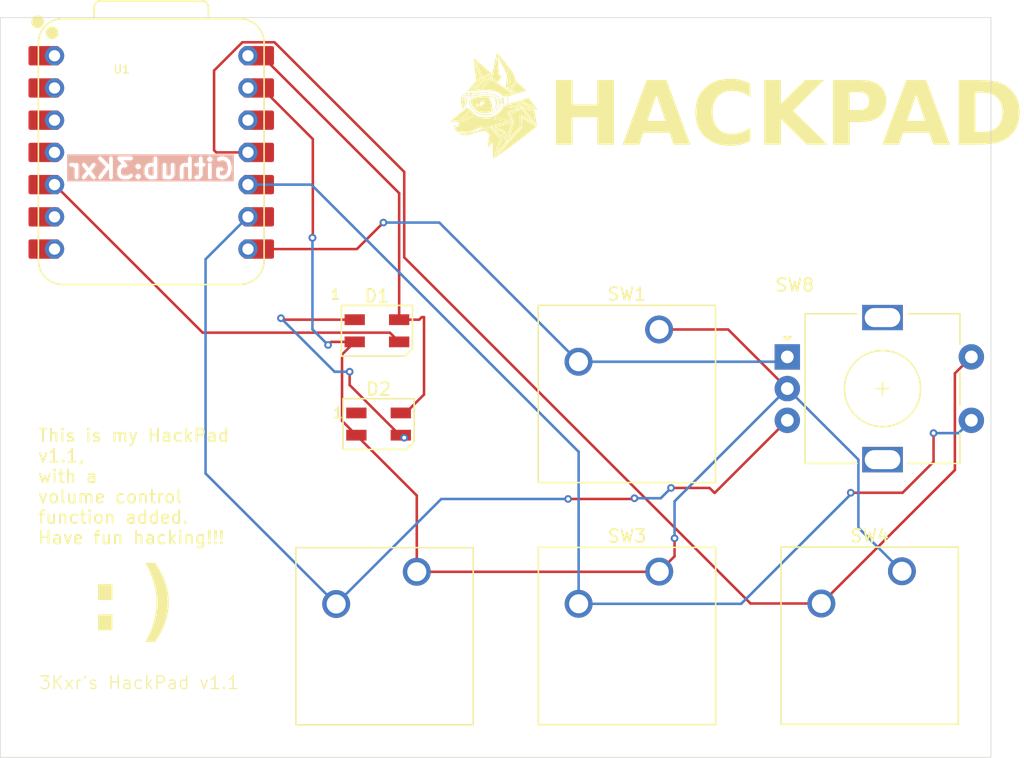
<source format=kicad_pcb>
(kicad_pcb (version 20241229) (generator "pcbnew") (generator_version "9.0")
  (layers (0 "F.Cu" signal) (2 "B.Cu" signal) (13 "F.Paste" user) (15 "B.Paste" user) (5 "F.SilkS" user "F.Silkscreen") (7 "B.SilkS" user "B.Silkscreen") (1 "F.Mask" user) (3 "B.Mask" user) (25 "Edge.Cuts" user))
  (net 0 "")
  (net 1 "+5V")
  (net 2 "Net-(D1-DOUT)")
  (net 3 "GND")
  (net 5 "Net-(U1-GPIO1{slash}RX)")
  (net 6 "Net-(U1-GPIO2{slash}SCK)")
  (net 7 "Net-(U1-GPIO4{slash}MISO)")
  (net 8 "Net-(U1-GPIO3{slash}MOSI)")
  (net 15 "SDA")
  (net 16 "SCL")
  (footprint "icon:Untitled" (layer "F.Cu") (at 157.94 46.84)
    (property "Reference" "G***" (hide yes))
    (property "Value" "LOGO" (hide yes))
  )
  (footprint "LED_SMD:LED_SK6812MINI_PLCC4_3.5x3.5mm_P1.75mm" (layer "F.Cu") (at 148.97 71.825)
    (property "Reference" "D2" (at 0 -2.75 0) (layer "F.SilkS"))
    (property "Value" "SK6812MINI")
    (fp_text user "1" (at -3.2 -0.875 0) (layer "F.SilkS") (effects (font (size 0.8 0.8))))
    (pad "1" smd rect (at -1.75 -0.875) (size 1.6 0.85) (layers "F.Cu" "F.Mask" "F.Paste"))
    (pad "2" smd rect (at -1.75 0.875) (size 1.6 0.85) (layers "F.Cu" "F.Mask" "F.Paste") (net 3 "GND"))
    (pad "3" smd rect (at 1.75 0.875) (size 1.6 0.85) (layers "F.Cu" "F.Mask" "F.Paste") (net 2 "Net-(D1-DOUT)"))
    (pad "4" smd rect (at 1.75 -0.875) (size 1.6 0.85) (layers "F.Cu" "F.Mask" "F.Paste") (net 1 "+5V"))
  )
  (footprint "LED_SMD:LED_SK6812MINI_PLCC4_3.5x3.5mm_P1.75mm" (layer "F.Cu") (at 148.84 64.4725)
    (property "Reference" "D1" (at 0 -2.75 0) (layer "F.SilkS"))
    (property "Value" "SK6812MINI")
    (fp_text user "1" (at -3.26 -2.8625 0) (layer "F.SilkS") (effects (font (size 0.8 0.8))))
    (pad "1" smd rect (at -1.75 -0.875) (size 1.6 0.85) (layers "F.Cu" "F.Mask" "F.Paste") (net 2 "Net-(D1-DOUT)"))
    (pad "2" smd rect (at -1.75 0.875) (size 1.6 0.85) (layers "F.Cu" "F.Mask" "F.Paste") (net 3 "GND"))
    (pad "3" smd rect (at 1.75 0.875) (size 1.6 0.85) (layers "F.Cu" "F.Mask" "F.Paste") (net 15 "SDA"))
    (pad "4" smd rect (at 1.75 -0.875) (size 1.6 0.85) (layers "F.Cu" "F.Mask" "F.Paste") (net 1 "+5V"))
  )
  (footprint "Button_Switch_Keyboard:SW_Cherry_MX_1.00u_PCB" (layer "F.Cu") (at 171.08 83.45375)
    (property "Reference" "SW3" (at -2.54 -2.794 0) (layer "F.SilkS"))
    (property "Value" "SW_Push")
    (pad "" np_thru_hole circle (at -7.62 5.08) (size 1.7 1.7) (drill 1.7) (layers "*.Cu" "*.Mask"))
    (pad "" np_thru_hole circle (at -2.54 5.08) (size 4 4) (drill 4) (layers "*.Cu" "*.Mask"))
    (pad "" np_thru_hole circle (at 2.54 5.08) (size 1.7 1.7) (drill 1.7) (layers "*.Cu" "*.Mask"))
    (pad "1" thru_hole circle (at 0 0) (size 2.2 2.2) (drill 1.5) (layers "*.Cu" "*.Mask") (net 3 "GND"))
    (pad "2" thru_hole circle (at -6.35 2.54) (size 2.2 2.2) (drill 1.5) (layers "*.Cu" "*.Mask") (net 7 "Net-(U1-GPIO4{slash}MISO)"))
  )
  (footprint "Button_Switch_Keyboard:SW_Cherry_MX_1.00u_PCB" (layer "F.Cu") (at 151.98 83.47)
    (property "Reference" "SW2" (hide yes))
    (property "Value" "SW_Push")
    (pad "" np_thru_hole circle (at -7.62 5.08) (size 1.7 1.7) (drill 1.7) (layers "*.Cu" "*.Mask"))
    (pad "" np_thru_hole circle (at -2.54 5.08) (size 4 4) (drill 4) (layers "*.Cu" "*.Mask"))
    (pad "" np_thru_hole circle (at 2.54 5.08) (size 1.7 1.7) (drill 1.7) (layers "*.Cu" "*.Mask"))
    (pad "1" thru_hole circle (at 0 0) (size 2.2 2.2) (drill 1.5) (layers "*.Cu" "*.Mask") (net 3 "GND"))
    (pad "2" thru_hole circle (at -6.35 2.54) (size 2.2 2.2) (drill 1.5) (layers "*.Cu" "*.Mask") (net 6 "Net-(U1-GPIO2{slash}SCK)"))
  )
  (footprint "Button_Switch_Keyboard:SW_Cherry_MX_1.00u_PCB" (layer "F.Cu") (at 171.07 64.37)
    (property "Reference" "SW1" (at -2.54 -2.794 0) (layer "F.SilkS"))
    (property "Value" "SW_Push")
    (pad "" np_thru_hole circle (at -7.62 5.08) (size 1.7 1.7) (drill 1.7) (layers "*.Cu" "*.Mask"))
    (pad "" np_thru_hole circle (at -2.54 5.08) (size 4 4) (drill 4) (layers "*.Cu" "*.Mask"))
    (pad "" np_thru_hole circle (at 2.54 5.08) (size 1.7 1.7) (drill 1.7) (layers "*.Cu" "*.Mask"))
    (pad "1" thru_hole circle (at 0 0) (size 2.2 2.2) (drill 1.5) (layers "*.Cu" "*.Mask") (net 3 "GND"))
    (pad "2" thru_hole circle (at -6.35 2.54) (size 2.2 2.2) (drill 1.5) (layers "*.Cu" "*.Mask") (net 5 "Net-(U1-GPIO1{slash}RX)"))
  )
  (footprint "Rotary_Encoder:RotaryEncoder_Alps_EC11E-Switch_Vertical_H20mm" (layer "F.Cu") (at 181.17 66.53)
    (property "Reference" "SW8" (at 0.59 -5.66 0) (layer "F.SilkS"))
    (property "Value" "RotaryEncoder_Switch")
    (pad "A" thru_hole rect (at 0 0) (size 2 2) (drill 1) (layers "*.Cu" "*.Mask") (net 5 "Net-(U1-GPIO1{slash}RX)"))
    (pad "B" thru_hole circle (at 0 5) (size 2 2) (drill 1) (layers "*.Cu" "*.Mask") (net 6 "Net-(U1-GPIO2{slash}SCK)"))
    (pad "C" thru_hole circle (at 0 2.5) (size 2 2) (drill 1) (layers "*.Cu" "*.Mask") (net 3 "GND"))
    (pad "MP" thru_hole rect (at 7.5 -3.1) (size 3.2 2) (drill oval 2.8 1.5) (layers "*.Cu" "*.Mask"))
    (pad "MP" thru_hole rect (at 7.5 8.1) (size 3.2 2) (drill oval 2.8 1.5) (layers "*.Cu" "*.Mask"))
    (pad "S1" thru_hole circle (at 14.5 5) (size 2 2) (drill 1) (layers "*.Cu" "*.Mask") (net 7 "Net-(U1-GPIO4{slash}MISO)"))
    (pad "S2" thru_hole circle (at 14.5 0) (size 2 2) (drill 1) (layers "*.Cu" "*.Mask") (net 8 "Net-(U1-GPIO3{slash}MOSI)"))
  )
  (footprint "Button_Switch_Keyboard:SW_Cherry_MX_1.00u_PCB" (layer "F.Cu") (at 190.2 83.43)
    (property "Reference" "SW4" (at -2.54 -2.794 0) (layer "F.SilkS"))
    (property "Value" "SW_Push")
    (pad "" np_thru_hole circle (at -7.62 5.08) (size 1.7 1.7) (drill 1.7) (layers "*.Cu" "*.Mask"))
    (pad "" np_thru_hole circle (at -2.54 5.08) (size 4 4) (drill 4) (layers "*.Cu" "*.Mask"))
    (pad "" np_thru_hole circle (at 2.54 5.08) (size 1.7 1.7) (drill 1.7) (layers "*.Cu" "*.Mask"))
    (pad "1" thru_hole circle (at 0 0) (size 2.2 2.2) (drill 1.5) (layers "*.Cu" "*.Mask") (net 3 "GND"))
    (pad "2" thru_hole circle (at -6.35 2.54) (size 2.2 2.2) (drill 1.5) (layers "*.Cu" "*.Mask") (net 8 "Net-(U1-GPIO3{slash}MOSI)"))
  )
  (footprint "OPL Lib:XIAO-RP2040-DIP" (layer "F.Cu") (at 131.06 50.41)
    (property "Reference" "U1" (at -2.33 -6.55 0) (layer "F.SilkS") (effects (font (size 0.635 0.635) (thickness 0.1016))))
    (property "Value" "XIAO-RP2040-DIP")
    (pad "1" smd roundrect (at -8.455 -7.62 180) (size 2.432 1.524) (layers "F.Cu" "F.Mask") (roundrect_rratio 0.1))
    (pad "1" thru_hole circle (at -7.62 -7.62 180) (size 1.524 1.524) (drill 0.889) (layers "*.Cu" "*.Mask"))
    (pad "2" smd roundrect (at -8.455 -5.08 180) (size 2.432 1.524) (layers "F.Cu" "F.Mask") (roundrect_rratio 0.1))
    (pad "2" thru_hole circle (at -7.62 -5.08 180) (size 1.524 1.524) (drill 0.889) (layers "*.Cu" "*.Mask"))
    (pad "3" smd roundrect (at -8.455 -2.54 180) (size 2.432 1.524) (layers "F.Cu" "F.Mask") (roundrect_rratio 0.1))
    (pad "3" thru_hole circle (at -7.62 -2.54 180) (size 1.524 1.524) (drill 0.889) (layers "*.Cu" "*.Mask"))
    (pad "4" smd roundrect (at -8.455 0 180) (size 2.432 1.524) (layers "F.Cu" "F.Mask") (roundrect_rratio 0.1))
    (pad "4" thru_hole circle (at -7.62 0 180) (size 1.524 1.524) (drill 0.889) (layers "*.Cu" "*.Mask"))
    (pad "5" smd roundrect (at -8.455 2.54 180) (size 2.432 1.524) (layers "F.Cu" "F.Mask") (roundrect_rratio 0.1) (net 15 "SDA"))
    (pad "5" thru_hole circle (at -7.62 2.54 180) (size 1.524 1.524) (drill 0.889) (layers "*.Cu" "*.Mask") (net 15 "SDA"))
    (pad "6" smd roundrect (at -8.455 5.08 180) (size 2.432 1.524) (layers "F.Cu" "F.Mask") (roundrect_rratio 0.1) (net 16 "SCL"))
    (pad "6" thru_hole circle (at -7.62 5.08 180) (size 1.524 1.524) (drill 0.889) (layers "*.Cu" "*.Mask") (net 16 "SCL"))
    (pad "7" smd roundrect (at -8.455 7.62 180) (size 2.432 1.524) (layers "F.Cu" "F.Mask") (roundrect_rratio 0.1))
    (pad "7" thru_hole circle (at -7.62 7.62 180) (size 1.524 1.524) (drill 0.889) (layers "*.Cu" "*.Mask"))
    (pad "8" thru_hole circle (at 7.62 7.62) (size 1.524 1.524) (drill 0.889) (layers "*.Cu" "*.Mask") (net 5 "Net-(U1-GPIO1{slash}RX)"))
    (pad "8" smd roundrect (at 8.455 7.62) (size 2.432 1.524) (layers "F.Cu" "F.Mask") (roundrect_rratio 0.1) (net 5 "Net-(U1-GPIO1{slash}RX)"))
    (pad "9" thru_hole circle (at 7.62 5.08) (size 1.524 1.524) (drill 0.889) (layers "*.Cu" "*.Mask") (net 6 "Net-(U1-GPIO2{slash}SCK)"))
    (pad "9" smd roundrect (at 8.455 5.08) (size 2.432 1.524) (layers "F.Cu" "F.Mask") (roundrect_rratio 0.1) (net 6 "Net-(U1-GPIO2{slash}SCK)"))
    (pad "10" thru_hole circle (at 7.62 2.54) (size 1.524 1.524) (drill 0.889) (layers "*.Cu" "*.Mask") (net 7 "Net-(U1-GPIO4{slash}MISO)"))
    (pad "10" smd roundrect (at 8.455 2.54) (size 2.432 1.524) (layers "F.Cu" "F.Mask") (roundrect_rratio 0.1) (net 7 "Net-(U1-GPIO4{slash}MISO)"))
    (pad "11" thru_hole circle (at 7.62 0) (size 1.524 1.524) (drill 0.889) (layers "*.Cu" "*.Mask") (net 8 "Net-(U1-GPIO3{slash}MOSI)"))
    (pad "11" smd roundrect (at 8.455 0) (size 2.432 1.524) (layers "F.Cu" "F.Mask") (roundrect_rratio 0.1) (net 8 "Net-(U1-GPIO3{slash}MOSI)"))
    (pad "12" thru_hole circle (at 7.62 -2.54) (size 1.524 1.524) (drill 0.889) (layers "*.Cu" "*.Mask"))
    (pad "12" smd roundrect (at 8.455 -2.54) (size 2.432 1.524) (layers "F.Cu" "F.Mask") (roundrect_rratio 0.1))
    (pad "13" thru_hole circle (at 7.62 -5.08) (size 1.524 1.524) (drill 0.889) (layers "*.Cu" "*.Mask") (net 3 "GND"))
    (pad "13" smd roundrect (at 8.455 -5.08) (size 2.432 1.524) (layers "F.Cu" "F.Mask") (roundrect_rratio 0.1) (net 3 "GND"))
    (pad "14" thru_hole circle (at 7.62 -7.62) (size 1.524 1.524) (drill 0.889) (layers "*.Cu" "*.Mask") (net 1 "+5V"))
    (pad "14" smd roundrect (at 8.455 -7.62) (size 2.432 1.524) (layers "F.Cu" "F.Mask") (roundrect_rratio 0.1) (net 1 "+5V"))
  )
  (gr_rect (start 119.17 39.78) (end 197.21 98.1) (stroke (width 0.05)) (fill no) (layer "Edge.Cuts"))
  (gr_text "This is my HackPad \nv1.1, \nwith a \nvolume control \nfunction added. \nHave fun hacking!!!" (at 122.06 81.36 0) (layer "F.SilkS") (effects (font (size 1 1)) (justify left bottom)))
  (gr_text ":)" (at 125.33 88.93 0) (layer "F.SilkS") (effects (font (size 5 5) (thickness 0.3) (bold yes)) (justify left bottom)))
  (gr_text "3Kxr's HackPad v1.1" (at 122.16 92.8 0) (layer "F.SilkS") (effects (font (size 1 1) (thickness 0.1)) (justify left bottom)))
  (gr_text "HACKPAD\n" (at 162.3 50.65 0) (layer "F.SilkS") (effects (font (size 5 5) (thickness 1) (bold yes)) (justify left bottom)))
  (gr_text "Github:3Kxr" (at 137.73 52.58 0) (layer "B.SilkS" knockout) (effects (font (size 1.5 1.5) (thickness 0.3) (bold yes)) (justify left bottom mirror)))
  (segment (start 152.55 69.495) (end 152.55 63.4) (width 0.2) (layer "F.Cu") (net 1))
  (segment (start 139.75763 42.79) (end 150.59 53.62237) (width 0.2) (layer "F.Cu") (net 1))
  (segment (start 152.1725 63.5975) (end 150.59 63.5975) (width 0.2) (layer "F.Cu") (net 1))
  (segment (start 152.55 63.4) (end 152.37 63.4) (width 0.2) (layer "F.Cu") (net 1))
  (segment (start 152.37 63.4) (end 152.1725 63.5975) (width 0.2) (layer "F.Cu") (net 1))
  (segment (start 150.72 70.95) (end 151.095 70.95) (width 0.2) (layer "F.Cu") (net 1))
  (segment (start 150.59 53.62237) (end 150.59 63.5975) (width 0.2) (layer "F.Cu") (net 1))
  (segment (start 151.095 70.95) (end 152.55 69.495) (width 0.2) (layer "F.Cu") (net 1))
  (segment (start 138.68 42.79) (end 139.75763 42.79) (width 0.2) (layer "F.Cu") (net 1))
  (segment (start 150.72 72.7) (end 150.643 72.7) (width 0.2) (layer "F.Cu") (net 2))
  (segment (start 141.28 63.48) (end 141.3975 63.5975) (width 0.2) (layer "F.Cu") (net 2))
  (segment (start 150.643 72.7) (end 146.69 68.747) (width 0.2) (layer "F.Cu") (net 2))
  (segment (start 146.69 68.747) (end 146.69 67.7) (width 0.2) (layer "F.Cu") (net 2))
  (segment (start 150.72 72.7) (end 150.79 72.7) (width 0.2) (layer "F.Cu") (net 2))
  (segment (start 150.72 72.7) (end 150.82 72.6) (width 0.2) (layer "F.Cu") (net 2))
  (segment (start 150.79 72.7) (end 150.99 72.9) (width 0.2) (layer "F.Cu") (net 2))
  (segment (start 141.3975 63.5975) (end 147.09 63.5975) (width 0.2) (layer "F.Cu") (net 2))
  (via (at 150.99 72.9) (size 0.6) (drill 0.3) (layers "F.Cu" "B.Cu") (net 2))
  (via (at 141.28 63.48) (size 0.6) (drill 0.3) (layers "F.Cu" "B.Cu") (net 2))
  (via (at 146.69 67.7) (size 0.6) (drill 0.3) (layers "F.Cu" "B.Cu") (net 2))
  (segment (start 146.69 67.7) (end 145.5 67.7) (width 0.2) (layer "B.Cu") (net 2))
  (segment (start 145.5 67.7) (end 141.28 63.48) (width 0.2) (layer "B.Cu") (net 2))
  (segment (start 146.09 66.3475) (end 146.09 71.57) (width 0.2) (layer "F.Cu") (net 3))
  (segment (start 139.75763 45.33) (end 143.79 49.36237) (width 0.2) (layer "F.Cu") (net 3))
  (segment (start 146.09 71.57) (end 147.22 72.7) (width 0.2) (layer "F.Cu") (net 3))
  (segment (start 171.07 64.37) (end 176.51 64.37) (width 0.2) (layer "F.Cu") (net 3))
  (segment (start 147.09 65.3475) (end 146.09 66.3475) (width 0.2) (layer "F.Cu") (net 3))
  (segment (start 143.76 57.14) (end 143.9 57.28) (width 0.2) (layer "F.Cu") (net 3))
  (segment (start 149.81 75.29) (end 147.22 72.7) (width 0.2) (layer "F.Cu") (net 3))
  (segment (start 143.79 57.17) (end 143.76 57.14) (width 0.2) (layer "F.Cu") (net 3))
  (segment (start 151.98 83.47) (end 151.98 77.46) (width 0.2) (layer "F.Cu") (net 3))
  (segment (start 138.68 45.33) (end 139.75763 45.33) (width 0.2) (layer "F.Cu") (net 3))
  (segment (start 145.2325 65.3475) (end 147.09 65.3475) (width 0.2) (layer "F.Cu") (net 3))
  (segment (start 151.98 83.47) (end 171.06375 83.47) (width 0.2) (layer "F.Cu") (net 3))
  (segment (start 172.2865 82.24725) (end 172.2865 80.8335) (width 0.2) (layer "F.Cu") (net 3))
  (segment (start 171.06375 83.47) (end 171.08 83.45375) (width 0.2) (layer "F.Cu") (net 3))
  (segment (start 143.79 49.36237) (end 143.79 57.17) (width 0.2) (layer "F.Cu") (net 3))
  (segment (start 176.51 64.37) (end 181.17 69.03) (width 0.2) (layer "F.Cu") (net 3))
  (segment (start 144.99 65.59) (end 145.2325 65.3475) (width 0.2) (layer "F.Cu") (net 3))
  (segment (start 151.98 77.46) (end 149.81 75.29) (width 0.2) (layer "F.Cu") (net 3))
  (segment (start 171.08 83.45375) (end 172.2865 82.24725) (width 0.2) (layer "F.Cu") (net 3))
  (via (at 144.99 65.59) (size 0.6) (drill 0.3) (layers "F.Cu" "B.Cu") (net 3))
  (via (at 143.76 57.14) (size 0.6) (drill 0.3) (layers "F.Cu" "B.Cu") (net 3))
  (via (at 172.2865 80.8335) (size 0.6) (drill 0.3) (layers "F.Cu" "B.Cu") (net 3))
  (via (at 143.76 57.14) (size 0.6) (drill 0.3) (layers "F.Cu" "B.Cu") (net 3))
  (via (at 143.76 57.14) (size 0.6) (drill 0.3) (layers "F.Cu" "B.Cu") (net 3))
  (segment (start 186.769 79.999) (end 190.2 83.43) (width 0.2) (layer "B.Cu") (net 3))
  (segment (start 186.769 74.629) (end 186.769 79.999) (width 0.2) (layer "B.Cu") (net 3))
  (segment (start 172.2865 80.8335) (end 172.2865 77.9135) (width 0.2) (layer "B.Cu") (net 3))
  (segment (start 143.76 57.14) (end 143.76 64.36) (width 0.2) (layer "B.Cu") (net 3))
  (segment (start 143.76 64.36) (end 144.99 65.59) (width 0.2) (layer "B.Cu") (net 3))
  (segment (start 181.17 69.03) (end 186.769 74.629) (width 0.2) (layer "B.Cu") (net 3))
  (segment (start 172.2865 77.9135) (end 181.17 69.03) (width 0.2) (layer "B.Cu") (net 3))
  (segment (start 138.68 58.03) (end 147.26 58.03) (width 0.2) (layer "F.Cu") (net 5))
  (segment (start 147.26 58.03) (end 149.35 55.94) (width 0.2) (layer "F.Cu") (net 5))
  (via (at 149.35 55.94) (size 0.6) (drill 0.3) (layers "F.Cu" "B.Cu") (net 5))
  (segment (start 164.72 66.91) (end 180.79 66.91) (width 0.2) (layer "B.Cu") (net 5))
  (segment (start 180.79 66.91) (end 181.17 66.53) (width 0.2) (layer "B.Cu") (net 5))
  (segment (start 149.35 55.94) (end 153.75 55.94) (width 0.2) (layer "B.Cu") (net 5))
  (segment (start 153.75 55.94) (end 164.72 66.91) (width 0.2) (layer "B.Cu") (net 5))
  (segment (start 181.17 71.53) (end 175.44 77.26) (width 0.2) (layer "F.Cu") (net 6))
  (segment (start 169.18 77.62) (end 169.222785 77.577215) (width 0.2) (layer "F.Cu") (net 6))
  (segment (start 172.01 76.86) (end 175.04 76.86) (width 0.2) (layer "F.Cu") (net 6))
  (segment (start 175.04 76.86) (end 175.44 77.26) (width 0.2) (layer "F.Cu") (net 6))
  (segment (start 169.07 77.73) (end 169.18 77.62) (width 0.2) (layer "F.Cu") (net 6))
  (segment (start 169.18 77.62) (end 169.1265 77.6735) (width 0.2) (layer "F.Cu") (net 6))
  (segment (start 163.9 77.73) (end 169.07 77.73) (width 0.2) (layer "F.Cu") (net 6))
  (via (at 163.9 77.73) (size 0.6) (drill 0.3) (layers "F.Cu" "B.Cu") (net 6))
  (via (at 172.01 76.86) (size 0.6) (drill 0.3) (layers "F.Cu" "B.Cu") (net 6))
  (via (at 169.1265 77.6735) (size 0.6) (drill 0.3) (layers "F.Cu" "B.Cu") (net 6))
  (segment (start 145.63 86.01) (end 153.91 77.73) (width 0.2) (layer "B.Cu") (net 6))
  (segment (start 171.1965 77.6735) (end 172.01 76.86) (width 0.2) (layer "B.Cu") (net 6))
  (segment (start 135.34 75.72) (end 135.34 58.83) (width 0.2) (layer "B.Cu") (net 6))
  (segment (start 153.91 77.73) (end 163.9 77.73) (width 0.2) (layer "B.Cu") (net 6))
  (segment (start 135.34 58.83) (end 138.68 55.49) (width 0.2) (layer "B.Cu") (net 6))
  (segment (start 169.1265 77.6735) (end 171.1965 77.6735) (width 0.2) (layer "B.Cu") (net 6))
  (segment (start 145.63 86.01) (end 135.34 75.72) (width 0.2) (layer "B.Cu") (net 6))
  (segment (start 192.69 74.8) (end 192.69 72.43) (width 0.2) (layer "F.Cu") (net 7))
  (segment (start 186.169 77.24) (end 190.25 77.24) (width 0.2) (layer "F.Cu") (net 7))
  (segment (start 190.25 77.24) (end 192.69 74.8) (width 0.2) (layer "F.Cu") (net 7))
  (via (at 192.69 72.54) (size 0.6) (drill 0.3) (layers "F.Cu" "B.Cu") (net 7))
  (via (at 186.169 77.24) (size 0.6) (drill 0.3) (layers "F.Cu" "B.Cu") (net 7))
  (segment (start 194.66 72.54) (end 195.67 71.53) (width 0.2) (layer "B.Cu") (net 7))
  (segment (start 192.69 72.54) (end 194.66 72.54) (width 0.2) (layer "B.Cu") (net 7))
  (segment (start 186.29 77.24) (end 186.169 77.24) (width 0.2) (layer "B.Cu") (net 7))
  (segment (start 143.67 52.95) (end 138.68 52.95) (width 0.2) (layer "B.Cu") (net 7))
  (segment (start 177.53625 85.99375) (end 186.29 77.24) (width 0.2) (layer "B.Cu") (net 7))
  (segment (start 164.73 85.99375) (end 164.73 74.01) (width 0.2) (layer "B.Cu") (net 7))
  (segment (start 164.73 85.99375) (end 177.53625 85.99375) (width 0.2) (layer "B.Cu") (net 7))
  (segment (start 164.73 74.01) (end 143.67 52.95) (width 0.2) (layer "B.Cu") (net 7))
  (segment (start 136.01 50.24) (end 136.18 50.41) (width 0.2) (layer "F.Cu") (net 8))
  (segment (start 140.770626 41.727) (end 138.23969 41.727) (width 0.2) (layer "F.Cu") (net 8))
  (segment (start 150.991 51.947374) (end 140.770626 41.727) (width 0.2) (layer "F.Cu") (net 8))
  (segment (start 178.27153 85.97) (end 150.991 58.68947) (width 0.2) (layer "F.Cu") (net 8))
  (segment (start 183.85 85.97) (end 194.37 75.45) (width 0.2) (layer "F.Cu") (net 8))
  (segment (start 138.23969 41.727) (end 136.01 43.95669) (width 0.2) (layer "F.Cu") (net 8))
  (segment (start 183.85 85.97) (end 178.27153 85.97) (width 0.2) (layer "F.Cu") (net 8))
  (segment (start 150.991 58.68947) (end 150.991 51.947374) (width 0.2) (layer "F.Cu") (net 8))
  (segment (start 136.01 43.95669) (end 136.01 50.24) (width 0.2) (layer "F.Cu") (net 8))
  (segment (start 136.18 50.41) (end 138.68 50.41) (width 0.2) (layer "F.Cu") (net 8))
  (segment (start 194.37 67.83) (end 195.67 66.53) (width 0.2) (layer "F.Cu") (net 8))
  (segment (start 194.37 75.45) (end 194.37 67.83) (width 0.2) (layer "F.Cu") (net 8))
  (segment (start 150.59 65.3475) (end 149.864 64.6215) (width 0.2) (layer "F.Cu") (net 15))
  (segment (start 149.864 64.6215) (end 135.1115 64.6215) (width 0.2) (layer "F.Cu") (net 15))
  (segment (start 135.1115 64.6215) (end 123.44 52.95) (width 0.2) (layer "F.Cu") (net 15))
)
</source>
